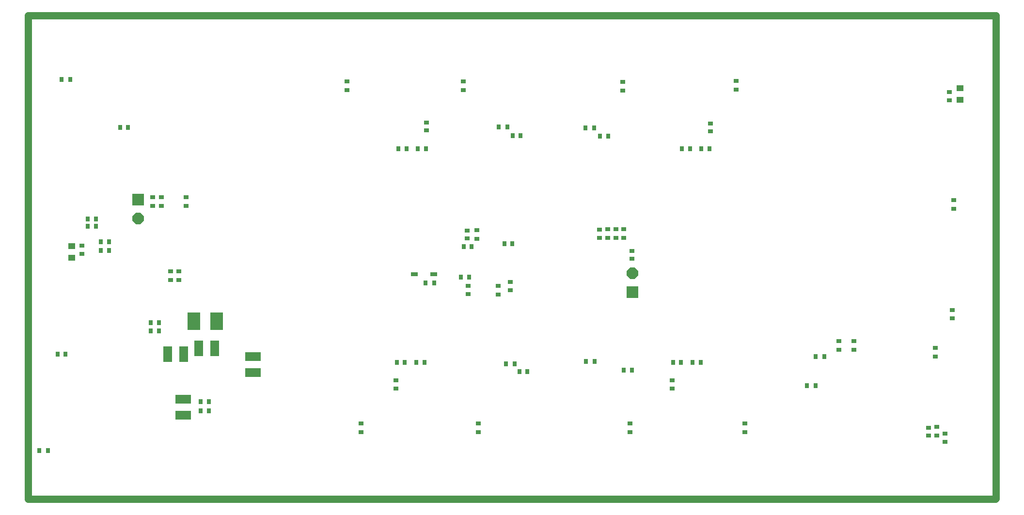
<source format=gbp>
G04*
G04 #@! TF.GenerationSoftware,Altium Limited,Altium Designer,18.1.7 (191)*
G04*
G04 Layer_Color=128*
%FSLAX25Y25*%
%MOIN*%
G70*
G01*
G75*
%ADD17C,0.05000*%
%ADD19R,0.03543X0.03000*%
%ADD20R,0.03000X0.03543*%
%ADD23R,0.05000X0.04000*%
%ADD25R,0.11000X0.06299*%
%ADD32R,0.03000X0.03500*%
%ADD40R,0.04724X0.02953*%
%ADD43R,0.04921X0.03937*%
%ADD46R,0.06299X0.11000*%
%ADD50R,0.03500X0.03000*%
%ADD169P,0.08523X8X112.5*%
%ADD170R,0.07874X0.07874*%
%ADD171R,0.09000X0.12000*%
D17*
X394Y-333071D02*
X665748D01*
X666142Y-332677D01*
Y-394D01*
X394D02*
X666142D01*
X394Y-333071D02*
Y-394D01*
D19*
X631000Y-288177D02*
D03*
Y-293689D02*
D03*
X443551Y-251358D02*
D03*
Y-256870D02*
D03*
X274583Y-79368D02*
D03*
Y-73857D02*
D03*
X469736Y-80118D02*
D03*
Y-74606D02*
D03*
X253342Y-251429D02*
D03*
Y-256941D02*
D03*
X634000Y-53177D02*
D03*
Y-58689D02*
D03*
X636000Y-208689D02*
D03*
Y-203177D02*
D03*
X303093Y-191988D02*
D03*
Y-186476D02*
D03*
X332000Y-189189D02*
D03*
Y-183677D02*
D03*
X302444Y-148287D02*
D03*
Y-153799D02*
D03*
X619834Y-289471D02*
D03*
Y-283960D02*
D03*
X415690Y-167713D02*
D03*
Y-162201D02*
D03*
X393602Y-147685D02*
D03*
Y-153197D02*
D03*
X37579Y-164205D02*
D03*
Y-158693D02*
D03*
D20*
X338386Y-245197D02*
D03*
X343898D02*
D03*
X124756Y-265933D02*
D03*
X119244D02*
D03*
X119146Y-272396D02*
D03*
X124657D02*
D03*
X26256Y-233433D02*
D03*
X20744D02*
D03*
X444087Y-238996D02*
D03*
X449598D02*
D03*
X457473D02*
D03*
X462984D02*
D03*
X274047Y-91870D02*
D03*
X268535D02*
D03*
X469047D02*
D03*
X463535D02*
D03*
X254087Y-238996D02*
D03*
X259598D02*
D03*
X267473D02*
D03*
X272984D02*
D03*
X260661Y-91870D02*
D03*
X255150D02*
D03*
X455661D02*
D03*
X450150D02*
D03*
X300082Y-159311D02*
D03*
X305594D02*
D03*
X410244Y-244433D02*
D03*
X415756D02*
D03*
X298244Y-180433D02*
D03*
X303756D02*
D03*
X399291Y-83307D02*
D03*
X393779D02*
D03*
X339219Y-83047D02*
D03*
X333707D02*
D03*
X333546Y-157343D02*
D03*
X328035D02*
D03*
X63744Y-77433D02*
D03*
X69256D02*
D03*
X90373Y-211770D02*
D03*
X84861D02*
D03*
X84831Y-217360D02*
D03*
X90343D02*
D03*
X56079Y-155949D02*
D03*
X50567D02*
D03*
X41579Y-145449D02*
D03*
X47091D02*
D03*
Y-140449D02*
D03*
X41579D02*
D03*
X56079Y-161949D02*
D03*
X50567D02*
D03*
D23*
X30579Y-158949D02*
D03*
Y-166949D02*
D03*
D25*
X155000Y-245945D02*
D03*
X107000Y-275445D02*
D03*
Y-264421D02*
D03*
X155000Y-234921D02*
D03*
D32*
X8000Y-299705D02*
D03*
X14000D02*
D03*
X29500Y-44433D02*
D03*
X23500D02*
D03*
X279854Y-184508D02*
D03*
X273853D02*
D03*
X389693Y-77795D02*
D03*
X383693D02*
D03*
X330014Y-77142D02*
D03*
X324014D02*
D03*
X390000Y-238433D02*
D03*
X384000D02*
D03*
X335236Y-240079D02*
D03*
X329236D02*
D03*
X548000Y-234933D02*
D03*
X542000D02*
D03*
X536000Y-254933D02*
D03*
X542000D02*
D03*
D40*
X279609Y-178209D02*
D03*
X266224D02*
D03*
D43*
X641480Y-58295D02*
D03*
Y-50421D02*
D03*
D46*
X128771Y-229330D02*
D03*
X117747D02*
D03*
X107579Y-233340D02*
D03*
X96556D02*
D03*
D50*
X493500Y-280933D02*
D03*
Y-286933D02*
D03*
X414500D02*
D03*
Y-280933D02*
D03*
X409500Y-45933D02*
D03*
Y-51933D02*
D03*
X229500Y-286933D02*
D03*
Y-280933D02*
D03*
X487500Y-45433D02*
D03*
Y-51433D02*
D03*
X299795Y-45531D02*
D03*
Y-51531D02*
D03*
X310000Y-286933D02*
D03*
Y-280933D02*
D03*
X219795Y-45531D02*
D03*
Y-51531D02*
D03*
X323704Y-192232D02*
D03*
Y-186232D02*
D03*
X309137Y-148043D02*
D03*
Y-154043D02*
D03*
X637000Y-133433D02*
D03*
Y-127433D02*
D03*
X625500Y-283433D02*
D03*
Y-289433D02*
D03*
X568500Y-230433D02*
D03*
Y-224433D02*
D03*
X624500Y-234933D02*
D03*
Y-228933D02*
D03*
X558000Y-224433D02*
D03*
Y-230433D02*
D03*
X404626Y-147441D02*
D03*
Y-153441D02*
D03*
X410138Y-147441D02*
D03*
Y-153441D02*
D03*
X399114Y-147441D02*
D03*
Y-153441D02*
D03*
X92079Y-131449D02*
D03*
Y-125449D02*
D03*
X86000Y-125433D02*
D03*
Y-131433D02*
D03*
X104079Y-176449D02*
D03*
Y-182449D02*
D03*
X98412Y-176449D02*
D03*
Y-182449D02*
D03*
X109079Y-125449D02*
D03*
Y-131449D02*
D03*
D169*
X416043Y-177606D02*
D03*
X76000Y-139933D02*
D03*
D170*
X416043Y-190598D02*
D03*
X76000Y-126941D02*
D03*
D171*
X130055Y-210659D02*
D03*
X114307D02*
D03*
M02*

</source>
